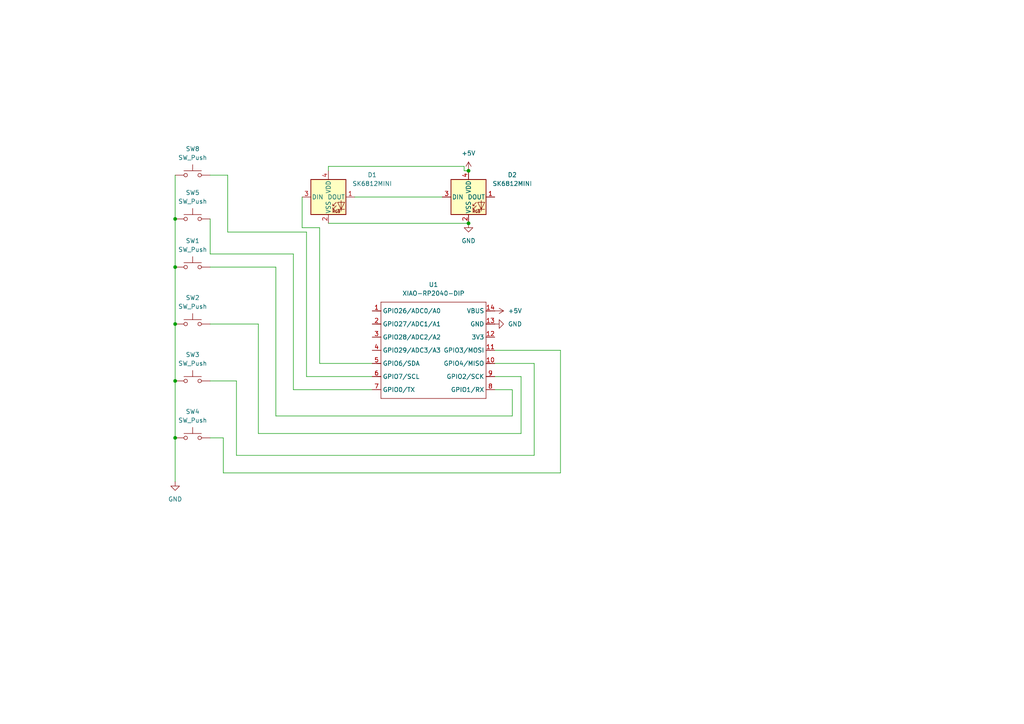
<source format=kicad_sch>
(kicad_sch (version 20250114) (generator "eeschema") (generator_version "9.0")
  (paper "A4")
  (lib_symbols
    (symbol "LED:SK6812MINI" (pin_names (offset 0.254))
      (property "Reference" "D" (at 5.08 5.715 0))
      (property "Value" "SK6812MINI" (at 1.27 -5.715 0))
      (symbol "SK6812MINI_0_0"
        (text "RGB" (at 2.286 -4.191 0) (effects (font (size 0.762 0.762))))
      )
      (symbol "SK6812MINI_0_1"
        (polyline (pts (xy 1.27 -2.54) (xy 1.778 -2.54)))
        (polyline (pts (xy 1.27 -3.556) (xy 1.778 -3.556)))
        (polyline (pts (xy 2.286 -1.524) (xy 1.27 -2.54) (xy 1.27 -2.032)))
        (polyline (pts (xy 2.286 -2.54) (xy 1.27 -3.556) (xy 1.27 -3.048)))
        (polyline (pts (xy 3.683 -1.016) (xy 3.683 -3.556) (xy 3.683 -4.064)))
        (polyline (pts (xy 4.699 -1.524) (xy 2.667 -1.524) (xy 3.683 -3.556) (xy 4.699 -1.524)))
        (polyline (pts (xy 4.699 -3.556) (xy 2.667 -3.556)))
        (rectangle (start 5.08 5.08) (end -5.08 -5.08) (stroke (width 0.254)) (fill (type background)))
      )
      (symbol "SK6812MINI_1_1"
        (pin input line (at -7.62 0 0) (length 2.54) (name "DIN") (number "3"))
        (pin power_in line (at 0 7.62 270) (length 2.54) (name "VDD") (number "4"))
        (pin power_in line (at 0 -7.62 90) (length 2.54) (name "VSS") (number "2"))
        (pin output line (at 7.62 0 180) (length 2.54) (name "DOUT") (number "1"))
      )
    )
    (symbol "OPL:XIAO-RP2040-DIP"
      (property "Reference" "U" (at 0 0 0))
      (property "Value" "XIAO-RP2040-DIP" (at 5.334 -1.778 0))
      (symbol "XIAO-RP2040-DIP_1_0"
        (polyline (pts (xy -1.27 -2.54) (xy 29.21 -2.54)) (stroke (width 0.1524)))
        (polyline (pts (xy -1.27 -5.08) (xy -2.54 -5.08)) (stroke (width 0.1524)))
        (polyline (pts (xy -1.27 -5.08) (xy -1.27 -2.54)) (stroke (width 0.1524)))
        (polyline (pts (xy -1.27 -8.89) (xy -2.54 -8.89)) (stroke (width 0.1524)))
        (polyline (pts (xy -1.27 -8.89) (xy -1.27 -5.08)) (stroke (width 0.1524)))
        (polyline (pts (xy -1.27 -12.7) (xy -2.54 -12.7)) (stroke (width 0.1524)))
        (polyline (pts (xy -1.27 -12.7) (xy -1.27 -8.89)) (stroke (width 0.1524)))
        (polyline (pts (xy -1.27 -16.51) (xy -2.54 -16.51)) (stroke (width 0.1524)))
        (polyline (pts (xy -1.27 -16.51) (xy -1.27 -12.7)) (stroke (width 0.1524)))
        (polyline (pts (xy -1.27 -20.32) (xy -2.54 -20.32)) (stroke (width 0.1524)))
        (polyline (pts (xy -1.27 -24.13) (xy -2.54 -24.13)) (stroke (width 0.1524)))
        (polyline (pts (xy -1.27 -27.94) (xy -2.54 -27.94)) (stroke (width 0.1524)))
        (polyline (pts (xy -1.27 -30.48) (xy -1.27 -16.51)) (stroke (width 0.1524)))
        (polyline (pts (xy 29.21 -2.54) (xy 29.21 -5.08)) (stroke (width 0.1524)))
        (polyline (pts (xy 29.21 -5.08) (xy 29.21 -8.89)) (stroke (width 0.1524)))
        (polyline (pts (xy 29.21 -8.89) (xy 29.21 -12.7)) (stroke (width 0.1524)))
        (polyline (pts (xy 29.21 -12.7) (xy 29.21 -30.48)) (stroke (width 0.1524)))
        (polyline (pts (xy 29.21 -30.48) (xy -1.27 -30.48)) (stroke (width 0.1524)))
        (polyline (pts (xy 30.48 -5.08) (xy 29.21 -5.08)) (stroke (width 0.1524)))
        (polyline (pts (xy 30.48 -8.89) (xy 29.21 -8.89)) (stroke (width 0.1524)))
        (polyline (pts (xy 30.48 -12.7) (xy 29.21 -12.7)) (stroke (width 0.1524)))
        (polyline (pts (xy 30.48 -16.51) (xy 29.21 -16.51)) (stroke (width 0.1524)))
        (polyline (pts (xy 30.48 -20.32) (xy 29.21 -20.32)) (stroke (width 0.1524)))
        (polyline (pts (xy 30.48 -24.13) (xy 29.21 -24.13)) (stroke (width 0.1524)))
        (polyline (pts (xy 30.48 -27.94) (xy 29.21 -27.94)) (stroke (width 0.1524)))
        (pin passive line (at -3.81 -5.08 0) (length 2.54) (name "GPIO26/ADC0/A0") (number "1"))
        (pin passive line (at -3.81 -8.89 0) (length 2.54) (name "GPIO27/ADC1/A1") (number "2"))
        (pin passive line (at -3.81 -12.7 0) (length 2.54) (name "GPIO28/ADC2/A2") (number "3"))
        (pin passive line (at -3.81 -16.51 0) (length 2.54) (name "GPIO29/ADC3/A3") (number "4"))
        (pin passive line (at -3.81 -20.32 0) (length 2.54) (name "GPIO6/SDA") (number "5"))
        (pin passive line (at -3.81 -24.13 0) (length 2.54) (name "GPIO7/SCL") (number "6"))
        (pin passive line (at -3.81 -27.94 0) (length 2.54) (name "GPIO0/TX") (number "7"))
        (pin passive line (at 31.75 -5.08 180) (length 2.54) (name "VBUS") (number "14"))
        (pin passive line (at 31.75 -8.89 180) (length 2.54) (name "GND") (number "13"))
        (pin passive line (at 31.75 -12.7 180) (length 2.54) (name "3V3") (number "12"))
        (pin passive line (at 31.75 -16.51 180) (length 2.54) (name "GPIO3/MOSI") (number "11"))
        (pin passive line (at 31.75 -20.32 180) (length 2.54) (name "GPIO4/MISO") (number "10"))
        (pin passive line (at 31.75 -24.13 180) (length 2.54) (name "GPIO2/SCK") (number "9"))
        (pin passive line (at 31.75 -27.94 180) (length 2.54) (name "GPIO1/RX") (number "8"))
      )
    )
    (symbol "Switch:SW_Push" (pin_numbers (hide yes)) (pin_names (offset 1.016) (hide yes))
      (property "Reference" "SW" (at 1.27 2.54 0))
      (property "Value" "SW_Push" (at 0 -1.524 0))
      (symbol "SW_Push_0_1"
        (circle (center -2.032 0) (radius 0.508))
        (polyline (pts (xy 0 1.27) (xy 0 3.048)))
        (circle (center 2.032 0) (radius 0.508))
        (polyline (pts (xy 2.54 1.27) (xy -2.54 1.27)))
        (pin passive line (at -5.08 0 0) (length 2.54) (name "1") (number "1"))
        (pin passive line (at 5.08 0 180) (length 2.54) (name "2") (number "2"))
      )
    )
    (symbol "power:+5V" (power) (pin_numbers (hide yes)) (pin_names (offset 0) (hide yes))
      (property "Value" "+5V" (at 0 3.556 0))
      (symbol "+5V_0_1"
        (polyline (pts (xy -0.762 1.27) (xy 0 2.54)))
        (polyline (pts (xy 0 2.54) (xy 0.762 1.27)))
        (polyline (pts (xy 0 0) (xy 0 2.54)))
      )
      (symbol "+5V_1_1"
        (pin power_in line (at 0 0 90) (length 0) (name "~") (number "1"))
      )
    )
    (symbol "power:GND" (power) (pin_numbers (hide yes)) (pin_names (offset 0) (hide yes))
      (property "Value" "GND" (at 0 -3.81 0))
      (symbol "GND_0_1"
        (polyline (pts (xy 0 0) (xy 0 -1.27) (xy 1.27 -1.27) (xy 0 -2.54) (xy -1.27 -1.27) (xy 0 -1.27)))
      )
      (symbol "GND_1_1"
        (pin power_in line (at 0 0 270) (length 0) (name "~") (number "1"))
      )
    )
  )
  (junction (at 50.8 77.47))
  (junction (at 50.8 110.49))
  (junction (at 50.8 93.98))
  (junction (at 135.89 64.77))
  (junction (at 50.8 63.5))
  (junction (at 135.89 49.53))
  (junction (at 50.8 127))
  (wire (pts (xy 85.09 113.03) (xy 107.95 113.03)))
  (wire (pts (xy 50.8 50.8) (xy 50.8 63.5)))
  (wire (pts (xy 154.94 105.41) (xy 143.51 105.41)))
  (wire (pts (xy 66.04 67.31) (xy 88.9 67.31)))
  (wire (pts (xy 92.71 66.04) (xy 92.71 105.41)))
  (wire (pts (xy 92.71 105.41) (xy 107.95 105.41)))
  (wire (pts (xy 148.59 113.03) (xy 143.51 113.03)))
  (wire (pts (xy 60.96 50.8) (xy 66.04 50.8)))
  (wire (pts (xy 50.8 77.47) (xy 50.8 93.98)))
  (wire (pts (xy 68.58 132.08) (xy 154.94 132.08)))
  (wire (pts (xy 95.25 48.26) (xy 95.25 49.53)))
  (wire (pts (xy 60.96 77.47) (xy 80.01 77.47)))
  (wire (pts (xy 60.96 73.66) (xy 60.96 63.5)))
  (wire (pts (xy 92.71 66.04) (xy 87.63 66.04)))
  (wire (pts (xy 134.62 49.53) (xy 135.89 49.53)))
  (wire (pts (xy 60.96 73.66) (xy 85.09 73.66)))
  (wire (pts (xy 80.01 77.47) (xy 80.01 120.65)))
  (wire (pts (xy 50.8 110.49) (xy 50.8 127)))
  (wire (pts (xy 162.56 137.16) (xy 162.56 101.6)))
  (wire (pts (xy 148.59 120.65) (xy 148.59 113.03)))
  (wire (pts (xy 60.96 93.98) (xy 74.93 93.98)))
  (wire (pts (xy 50.8 93.98) (xy 50.8 110.49)))
  (wire (pts (xy 80.01 120.65) (xy 148.59 120.65)))
  (wire (pts (xy 60.96 127) (xy 64.77 127)))
  (wire (pts (xy 64.77 127) (xy 64.77 137.16)))
  (wire (pts (xy 68.58 110.49) (xy 68.58 132.08)))
  (wire (pts (xy 66.04 50.8) (xy 66.04 67.31)))
  (wire (pts (xy 74.93 125.73) (xy 151.13 125.73)))
  (wire (pts (xy 102.87 57.15) (xy 128.27 57.15)))
  (wire (pts (xy 134.62 48.26) (xy 134.62 49.53)))
  (wire (pts (xy 95.25 48.26) (xy 134.62 48.26)))
  (wire (pts (xy 88.9 67.31) (xy 88.9 109.22)))
  (wire (pts (xy 85.09 73.66) (xy 85.09 113.03)))
  (wire (pts (xy 64.77 137.16) (xy 162.56 137.16)))
  (wire (pts (xy 50.8 63.5) (xy 50.8 77.47)))
  (wire (pts (xy 50.8 127) (xy 50.8 139.7)))
  (wire (pts (xy 95.25 64.77) (xy 135.89 64.77)))
  (wire (pts (xy 74.93 93.98) (xy 74.93 125.73)))
  (wire (pts (xy 60.96 110.49) (xy 68.58 110.49)))
  (wire (pts (xy 151.13 109.22) (xy 143.51 109.22)))
  (wire (pts (xy 151.13 125.73) (xy 151.13 109.22)))
  (wire (pts (xy 162.56 101.6) (xy 143.51 101.6)))
  (wire (pts (xy 87.63 66.04) (xy 87.63 57.15)))
  (wire (pts (xy 88.9 109.22) (xy 107.95 109.22)))
  (wire (pts (xy 154.94 132.08) (xy 154.94 105.41)))
  (symbol (lib_id "LED:SK6812MINI") (at 135.89 57.15 0) (unit 1)
    (property "Reference" "D2" (at 148.59 50.7298 0))
    (property "Value" "SK6812MINI" (at 148.59 53.2698 0))
    (property "Footprint" "LED_SMD:LED_SK6812MINI_PLCC4_3.5x3.5mm_P1.75mm" (effects (hide yes)))
    (property "Datasheet" "https://cdn-shop.adafruit.com/product-files/2686/SK6812MINI_REV.01-1-2.pdf" (effects (hide yes)))
    (property "Description" "RGB LED with integrated controller" (effects (hide yes)))
  )
  (symbol (lib_id "power:+5V") (at 143.51 90.17 270) (unit 1)
    (property "Reference" "#PWR04" (effects (hide yes)))
    (property "Value" "+5V" (at 147.32 90.1699 90) (effects (justify left)))
    (property "Description" "Power symbol creates a global label with name \"+5V\"" (effects (hide yes)))
  )
  (symbol (lib_id "power:GND") (at 143.51 93.98 90) (unit 1)
    (property "Reference" "#PWR03" (effects (hide yes)))
    (property "Value" "GND" (at 147.32 93.9799 90) (effects (justify right)))
    (property "Description" "Power symbol creates a global label with name \"GND\" , ground" (effects (hide yes)))
  )
  (symbol (lib_id "Switch:SW_Push") (at 55.88 110.49 0) (unit 1)
    (property "Reference" "SW3" (at 55.88 102.87 0))
    (property "Value" "SW_Push" (at 55.88 105.41 0))
    (property "Footprint" "Button_Switch_Keyboard:SW_Cherry_MX_1.00u_PCB" (effects (hide yes)))
    (property "Description" "Push button switch, generic, two pins" (effects (hide yes)))
  )
  (symbol (lib_id "Switch:SW_Push") (at 55.88 50.8 0) (unit 1)
    (property "Reference" "SW8" (at 55.88 43.18 0))
    (property "Value" "SW_Push" (at 55.88 45.72 0))
    (property "Footprint" "Button_Switch_Keyboard:SW_Cherry_MX_1.00u_PCB" (effects (hide yes)))
    (property "Description" "Push button switch, generic, two pins" (effects (hide yes)))
  )
  (symbol (lib_id "OPL:XIAO-RP2040-DIP") (at 111.76 85.09 0) (unit 1)
    (property "Reference" "U1" (at 125.73 82.55 0))
    (property "Value" "XIAO-RP2040-DIP" (at 125.73 85.09 0))
    (property "Footprint" "OPL:XIAO-RP2040-DIP" (effects (hide yes)))
  )
  (symbol (lib_id "Switch:SW_Push") (at 55.88 63.5 0) (unit 1)
    (property "Reference" "SW5" (at 55.88 55.88 0))
    (property "Value" "SW_Push" (at 55.88 58.42 0))
    (property "Footprint" "Button_Switch_Keyboard:SW_Cherry_MX_1.00u_PCB" (effects (hide yes)))
    (property "Description" "Push button switch, generic, two pins" (effects (hide yes)))
  )
  (symbol (lib_id "Switch:SW_Push") (at 55.88 93.98 0) (unit 1)
    (property "Reference" "SW2" (at 55.88 86.36 0))
    (property "Value" "SW_Push" (at 55.88 88.9 0))
    (property "Footprint" "Button_Switch_Keyboard:SW_Cherry_MX_1.00u_PCB" (effects (hide yes)))
    (property "Description" "Push button switch, generic, two pins" (effects (hide yes)))
  )
  (symbol (lib_id "power:+5V") (at 135.89 49.53 0) (unit 1)
    (property "Reference" "#PWR01" (effects (hide yes)))
    (property "Value" "+5V" (at 135.89 44.45 0))
    (property "Description" "Power symbol creates a global label with name \"+5V\"" (effects (hide yes)))
  )
  (symbol (lib_id "LED:SK6812MINI") (at 95.25 57.15 0) (unit 1)
    (property "Reference" "D1" (at 107.95 50.7298 0))
    (property "Value" "SK6812MINI" (at 107.95 53.2698 0))
    (property "Footprint" "LED_SMD:LED_SK6812MINI_PLCC4_3.5x3.5mm_P1.75mm" (effects (hide yes)))
    (property "Datasheet" "https://cdn-shop.adafruit.com/product-files/2686/SK6812MINI_REV.01-1-2.pdf" (effects (hide yes)))
    (property "Description" "RGB LED with integrated controller" (effects (hide yes)))
  )
  (symbol (lib_id "power:GND") (at 50.8 139.7 0) (unit 1)
    (property "Reference" "#PWR05" (effects (hide yes)))
    (property "Value" "GND" (at 50.8 144.78 0))
    (property "Description" "Power symbol creates a global label with name \"GND\" , ground" (effects (hide yes)))
  )
  (symbol (lib_id "Switch:SW_Push") (at 55.88 127 0) (unit 1)
    (property "Reference" "SW4" (at 55.88 119.38 0))
    (property "Value" "SW_Push" (at 55.88 121.92 0))
    (property "Footprint" "Button_Switch_Keyboard:SW_Cherry_MX_1.00u_PCB" (effects (hide yes)))
    (property "Description" "Push button switch, generic, two pins" (effects (hide yes)))
  )
  (symbol (lib_id "power:GND") (at 135.89 64.77 0) (unit 1)
    (property "Reference" "#PWR02" (effects (hide yes)))
    (property "Value" "GND" (at 135.89 69.85 0))
    (property "Description" "Power symbol creates a global label with name \"GND\" , ground" (effects (hide yes)))
  )
  (symbol (lib_id "Switch:SW_Push") (at 55.88 77.47 0) (unit 1)
    (property "Reference" "SW1" (at 55.88 69.85 0))
    (property "Value" "SW_Push" (at 55.88 72.39 0))
    (property "Footprint" "Button_Switch_Keyboard:SW_Cherry_MX_2.75u_PCB" (effects (hide yes)))
    (property "Description" "Push button switch, generic, two pins" (effects (hide yes)))
  )
)
</source>
